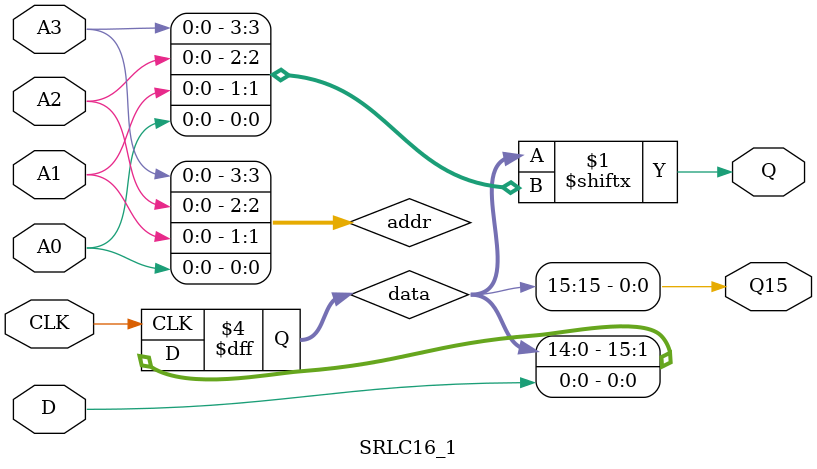
<source format=v>

/*

FUNCTION	: 16 bit Shift Register LUT with Carry Negative_edge Clock and Clock Enable

*/

//`celldefine
`timescale  100 ps / 10 ps

module SRLC16_1 (Q, Q15, A0, A1, A2, A3, CLK, D);

    parameter INIT = 16'h0000;

    output Q, Q15;

    input  A0, A1, A2, A3, CLK, D;

    reg  [5:0]  count;
    reg  [15:0] data;
    wire [3:0]  addr;
    wire	clk_;
    wire	q_int;

    buf b_a3 (addr[3], A3);
    buf b_a2 (addr[2], A2);
    buf b_a1 (addr[1], A1);
    buf b_a0 (addr[0], A0);

    assign Q = data[addr];
    assign Q15 = data[15];

    not i_c (clk_, CLK);

// synopsys translate_off
    initial begin
	for (count = 0; count < 16; count = count + 1)
	    data[count] <= INIT[count];
    end
// synopsys translate_on

    always @(posedge clk_) begin
	{data[15:0]} <= {data[14:0], D};
    end

endmodule

</source>
